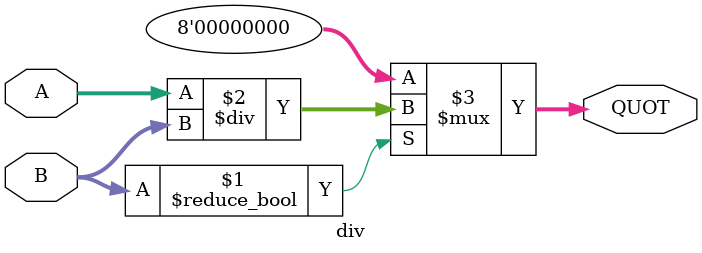
<source format=v>
module div(
    input [3:0] A,
    input [3:0] B,
    output [7:0] QUOT
);
    assign QUOT = (B != 0) ? (A / B) : 8'b00000000; // Avoid divide-by-zero
endmodule

</source>
